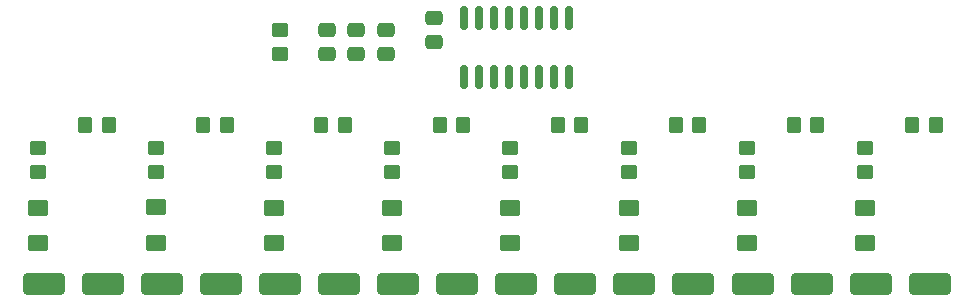
<source format=gtp>
G04 #@! TF.GenerationSoftware,KiCad,Pcbnew,7.0.1*
G04 #@! TF.CreationDate,2023-08-26T14:00:19-05:00*
G04 #@! TF.ProjectId,Shift Register Mosfet Array V2,53686966-7420-4526-9567-697374657220,rev?*
G04 #@! TF.SameCoordinates,Original*
G04 #@! TF.FileFunction,Paste,Top*
G04 #@! TF.FilePolarity,Positive*
%FSLAX46Y46*%
G04 Gerber Fmt 4.6, Leading zero omitted, Abs format (unit mm)*
G04 Created by KiCad (PCBNEW 7.0.1) date 2023-08-26 14:00:19*
%MOMM*%
%LPD*%
G01*
G04 APERTURE LIST*
G04 Aperture macros list*
%AMRoundRect*
0 Rectangle with rounded corners*
0 $1 Rounding radius*
0 $2 $3 $4 $5 $6 $7 $8 $9 X,Y pos of 4 corners*
0 Add a 4 corners polygon primitive as box body*
4,1,4,$2,$3,$4,$5,$6,$7,$8,$9,$2,$3,0*
0 Add four circle primitives for the rounded corners*
1,1,$1+$1,$2,$3*
1,1,$1+$1,$4,$5*
1,1,$1+$1,$6,$7*
1,1,$1+$1,$8,$9*
0 Add four rect primitives between the rounded corners*
20,1,$1+$1,$2,$3,$4,$5,0*
20,1,$1+$1,$4,$5,$6,$7,0*
20,1,$1+$1,$6,$7,$8,$9,0*
20,1,$1+$1,$8,$9,$2,$3,0*%
G04 Aperture macros list end*
%ADD10RoundRect,0.250000X-0.450000X0.350000X-0.450000X-0.350000X0.450000X-0.350000X0.450000X0.350000X0*%
%ADD11RoundRect,0.250000X0.350000X0.450000X-0.350000X0.450000X-0.350000X-0.450000X0.350000X-0.450000X0*%
%ADD12RoundRect,0.250000X-0.475000X0.337500X-0.475000X-0.337500X0.475000X-0.337500X0.475000X0.337500X0*%
%ADD13RoundRect,0.250000X1.500000X0.650000X-1.500000X0.650000X-1.500000X-0.650000X1.500000X-0.650000X0*%
%ADD14RoundRect,0.250001X0.624999X-0.462499X0.624999X0.462499X-0.624999X0.462499X-0.624999X-0.462499X0*%
%ADD15RoundRect,0.150000X0.150000X-0.825000X0.150000X0.825000X-0.150000X0.825000X-0.150000X-0.825000X0*%
G04 APERTURE END LIST*
D10*
X93500000Y-90500000D03*
X93500000Y-88500000D03*
X83000000Y-98500000D03*
X83000000Y-100500000D03*
X143000000Y-98500000D03*
X143000000Y-100500000D03*
D11*
X139000000Y-96500000D03*
X137000000Y-96500000D03*
X149000000Y-96500000D03*
X147000000Y-96500000D03*
D12*
X99970000Y-88477496D03*
X99970000Y-90552496D03*
D11*
X79000000Y-96500000D03*
X77000000Y-96500000D03*
D10*
X133000000Y-98500000D03*
X133000000Y-100500000D03*
D13*
X88500000Y-110000000D03*
X83500000Y-110000000D03*
D12*
X102470000Y-88477496D03*
X102470000Y-90552496D03*
D13*
X78500000Y-110000000D03*
X73500000Y-110000000D03*
D11*
X89000000Y-96500000D03*
X87000000Y-96500000D03*
X109000000Y-96500000D03*
X107000000Y-96500000D03*
D13*
X148500000Y-110000000D03*
X143500000Y-110000000D03*
D14*
X143000000Y-106500000D03*
X143000000Y-103525000D03*
X103000000Y-106500000D03*
X103000000Y-103525000D03*
X123000000Y-106500000D03*
X123000000Y-103525000D03*
D13*
X128500000Y-110000000D03*
X123500000Y-110000000D03*
X118500000Y-110000000D03*
X113500000Y-110000000D03*
X138500000Y-110000000D03*
X133500000Y-110000000D03*
D14*
X113000000Y-106500000D03*
X113000000Y-103525000D03*
D13*
X108500000Y-110000000D03*
X103500000Y-110000000D03*
D14*
X83000000Y-106475000D03*
X83000000Y-103500000D03*
D10*
X93000000Y-98500000D03*
X93000000Y-100500000D03*
X113000000Y-98500000D03*
X113000000Y-100500000D03*
D11*
X129000000Y-96500000D03*
X127000000Y-96500000D03*
D10*
X73000000Y-98500000D03*
X73000000Y-100500000D03*
D11*
X99000000Y-96500000D03*
X97000000Y-96500000D03*
D14*
X133000000Y-106500000D03*
X133000000Y-103525000D03*
D13*
X98500000Y-110000000D03*
X93500000Y-110000000D03*
D10*
X103000000Y-98500000D03*
X103000000Y-100500000D03*
D15*
X109055000Y-92450000D03*
X110325000Y-92450000D03*
X111595000Y-92450000D03*
X112865000Y-92450000D03*
X114135000Y-92450000D03*
X115405000Y-92450000D03*
X116675000Y-92450000D03*
X117945000Y-92450000D03*
X117945000Y-87500000D03*
X116675000Y-87500000D03*
X115405000Y-87500000D03*
X114135000Y-87500000D03*
X112865000Y-87500000D03*
X111595000Y-87500000D03*
X110325000Y-87500000D03*
X109055000Y-87500000D03*
D14*
X73000000Y-106500000D03*
X73000000Y-103525000D03*
D11*
X119000000Y-96500000D03*
X117000000Y-96500000D03*
D12*
X97460000Y-88477496D03*
X97460000Y-90552496D03*
D14*
X93000000Y-106500000D03*
X93000000Y-103525000D03*
D12*
X106500000Y-87462500D03*
X106500000Y-89537500D03*
D10*
X123000000Y-98500000D03*
X123000000Y-100500000D03*
M02*

</source>
